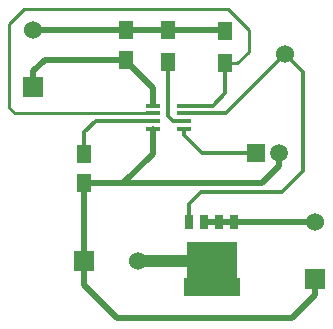
<source format=gtl>
G04 #@! TF.FileFunction,Copper,L1,Top,Signal*
%FSLAX46Y46*%
G04 Gerber Fmt 4.6, Leading zero omitted, Abs format (unit mm)*
G04 Created by KiCad (PCBNEW 4.0.4-stable) date 05/22/17 07:46:13*
%MOMM*%
%LPD*%
G01*
G04 APERTURE LIST*
%ADD10C,0.100000*%
%ADD11R,1.250000X1.500000*%
%ADD12R,1.700000X1.700000*%
%ADD13R,4.700000X1.500000*%
%ADD14R,4.200000X3.100000*%
%ADD15R,0.700000X1.150000*%
%ADD16R,1.300000X1.500000*%
%ADD17R,1.500000X1.500000*%
%ADD18C,1.500000*%
%ADD19R,1.220000X0.400000*%
%ADD20C,1.524000*%
%ADD21C,0.500000*%
%ADD22C,0.300000*%
%ADD23C,1.000000*%
%ADD24C,0.250000*%
G04 APERTURE END LIST*
D10*
D11*
X133604000Y-68834000D03*
X133604000Y-66334000D03*
X137160000Y-55880000D03*
X137160000Y-58380000D03*
D12*
X129286000Y-60706000D03*
D13*
X144404000Y-77611000D03*
D14*
X144404000Y-75311000D03*
D15*
X146304000Y-72136000D03*
X145034000Y-72136000D03*
X143764000Y-72136000D03*
X142494000Y-72136000D03*
D16*
X145542000Y-58674000D03*
X145542000Y-55974000D03*
X140716000Y-55880000D03*
X140716000Y-58580000D03*
D17*
X148114000Y-66294000D03*
D18*
X150114000Y-66294000D03*
D19*
X139406000Y-62271000D03*
X139406000Y-62921000D03*
X139406000Y-63571000D03*
X139406000Y-64221000D03*
X142026000Y-64221000D03*
X142026000Y-63571000D03*
X142026000Y-62921000D03*
X142026000Y-62271000D03*
D20*
X129286000Y-55880000D03*
X138176000Y-75438000D03*
X150622000Y-57912000D03*
X153162000Y-72136000D03*
D12*
X133604000Y-75438000D03*
X153162000Y-76962000D03*
D21*
X150114000Y-66294000D02*
X150114000Y-67354660D01*
X150114000Y-67354660D02*
X148634660Y-68834000D01*
X148634660Y-68834000D02*
X136906000Y-68834000D01*
X136398000Y-80264000D02*
X133604000Y-77470000D01*
X133604000Y-77470000D02*
X133604000Y-75438000D01*
X151210000Y-80264000D02*
X136398000Y-80264000D01*
X153162000Y-76962000D02*
X153162000Y-78312000D01*
X153162000Y-78312000D02*
X151210000Y-80264000D01*
X133604000Y-68834000D02*
X133604000Y-75438000D01*
X136906000Y-68834000D02*
X139406000Y-66334000D01*
X139406000Y-66334000D02*
X139406000Y-64271001D01*
X133604000Y-68834000D02*
X136906000Y-68834000D01*
X137160000Y-58380000D02*
X137160000Y-58505000D01*
X137160000Y-58505000D02*
X139406000Y-60751000D01*
X139406000Y-60751000D02*
X139406000Y-62220999D01*
X129286000Y-60706000D02*
X129286000Y-59356000D01*
X129286000Y-59356000D02*
X130262000Y-58380000D01*
X130262000Y-58380000D02*
X136035000Y-58380000D01*
X136035000Y-58380000D02*
X137160000Y-58380000D01*
D22*
X133604000Y-64516000D02*
X134549000Y-63571000D01*
X134549000Y-63571000D02*
X139406000Y-63571000D01*
X133604000Y-66334000D02*
X133604000Y-64516000D01*
D21*
X140716000Y-55880000D02*
X145448000Y-55880000D01*
X145448000Y-55880000D02*
X145542000Y-55974000D01*
X137160000Y-55880000D02*
X140716000Y-55880000D01*
X129286000Y-55880000D02*
X137160000Y-55880000D01*
D23*
X144404000Y-75311000D02*
X144404000Y-77611000D01*
X138176000Y-75438000D02*
X144277000Y-75438000D01*
X144277000Y-75438000D02*
X144404000Y-75311000D01*
D22*
X143510000Y-69596000D02*
X142494000Y-70612000D01*
X142494000Y-70612000D02*
X142494000Y-72136000D01*
X150368000Y-69596000D02*
X143510000Y-69596000D01*
X152146000Y-67818000D02*
X150368000Y-69596000D01*
X152146000Y-59436000D02*
X152146000Y-67818000D01*
X150622000Y-57912000D02*
X152146000Y-59436000D01*
X142026000Y-62921000D02*
X145613000Y-62921000D01*
X145613000Y-62921000D02*
X150622000Y-57912000D01*
D21*
X146304000Y-72136000D02*
X153162000Y-72136000D01*
X145034000Y-72136000D02*
X146304000Y-72136000D01*
X143764000Y-72136000D02*
X145034000Y-72136000D01*
D24*
X147523002Y-57708998D02*
X146558000Y-58674000D01*
X146558000Y-58674000D02*
X145542000Y-58674000D01*
X147523002Y-55880000D02*
X147523002Y-57708998D01*
X128524000Y-54102000D02*
X145745002Y-54102000D01*
X145745002Y-54102000D02*
X147523002Y-55880000D01*
X127254000Y-55372000D02*
X128524000Y-54102000D01*
X127254000Y-62484000D02*
X127254000Y-55372000D01*
X127691000Y-62921000D02*
X127254000Y-62484000D01*
X139406000Y-62921000D02*
X127691000Y-62921000D01*
D22*
X145542000Y-61214000D02*
X144485000Y-62271000D01*
X144485000Y-62271000D02*
X142026000Y-62271000D01*
X145542000Y-58674000D02*
X145542000Y-61214000D01*
X140716000Y-58580000D02*
X140716000Y-63171000D01*
X140716000Y-63171000D02*
X141116000Y-63571000D01*
X141116000Y-63571000D02*
X142026000Y-63571000D01*
X148114000Y-66294000D02*
X143599000Y-66294000D01*
X143599000Y-66294000D02*
X142026000Y-64721000D01*
X142026000Y-64721000D02*
X142026000Y-64221000D01*
M02*

</source>
